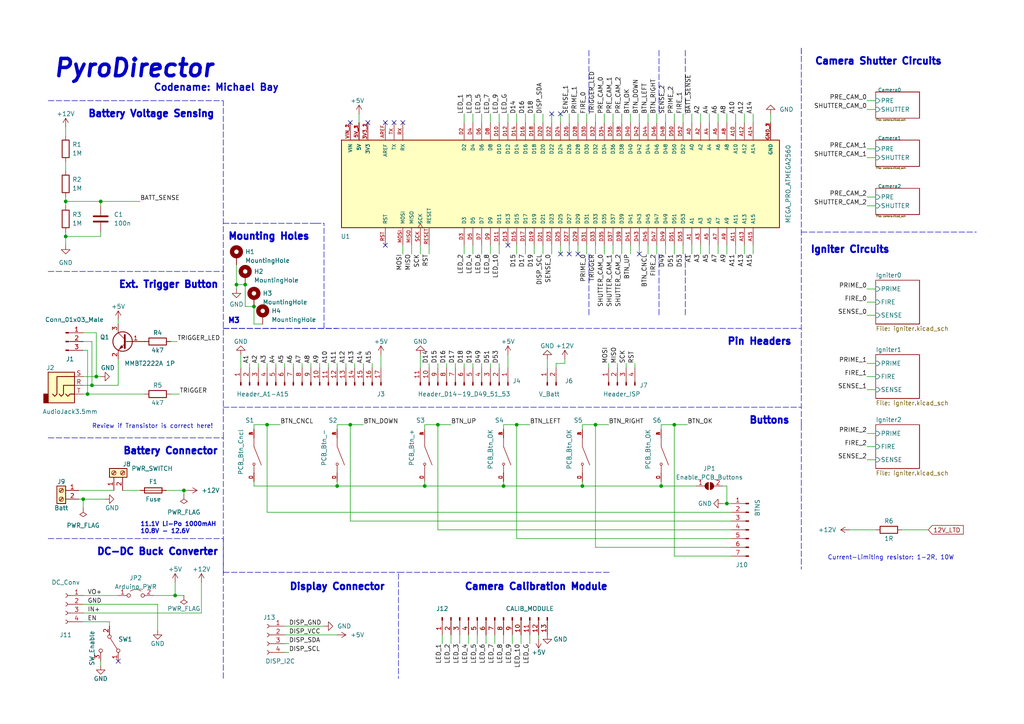
<source format=kicad_sch>
(kicad_sch (version 20211123) (generator eeschema)
  (paper "A4")
  (title_block (title "PyroDirector") (rev "v0.2") (company "Alexander Sage"))
  (junction (at 19.05 58.42))
  (junction (at 191.77 140.97))
  (junction (at 146.05 140.97))
  (junction (at 195.58 123.19))
  (junction (at 71.12 82.55))
  (junction (at 50.8 172.72))
  (junction (at 168.91 140.97))
  (junction (at 77.47 123.19))
  (junction (at 53.34 142.24))
  (junction (at 25.4 114.3))
  (junction (at 97.79 140.97))
  (junction (at 73.66 88.9))
  (junction (at 24.13 144.78))
  (junction (at 68.58 82.55))
  (junction (at 29.21 58.42))
  (junction (at 27.94 109.22))
  (junction (at 172.72 123.19))
  (junction (at 123.19 140.97))
  (junction (at 19.05 68.58))
  (junction (at 127 123.19))
  (junction (at 101.6 123.19))
  (junction (at 210.82 146.05))
  (junction (at 26.67 111.76))
  (junction (at 149.86 123.19))
  (no_connect (at 162.56 73.66))
  (no_connect (at 162.56 33.02))
  (no_connect (at 167.64 73.66))
  (no_connect (at 111.76 71.12))
  (no_connect (at 160.02 33.02))
  (no_connect (at 111.76 35.56))
  (no_connect (at 114.3 35.56))
  (no_connect (at 116.84 35.56))
  (no_connect (at 106.68 35.56))
  (no_connect (at 185.42 73.66))
  (no_connect (at 147.32 71.12))
  (no_connect (at 165.1 73.66))
  (no_connect (at 34.29 191.77))
  (no_connect (at 101.6 35.56))
  (wire (pts (xy 210.82 146.05) (xy 212.09 146.05)))
  (polyline (pts (xy 64.77 118.11) (xy 232.41 118.11)))
  (wire (pts (xy 208.28 33.02) (xy 208.28 35.56)))
  (wire (pts (xy 149.86 33.02) (xy 149.86 35.56)))
  (wire (pts (xy 170.18 33.02) (xy 170.18 35.56)))
  (wire (pts (xy 215.9 33.02) (xy 215.9 35.56)))
  (wire (pts (xy 31.75 180.34) (xy 31.75 181.61)))
  (wire (pts (xy 105.41 105.41) (xy 105.41 106.68)))
  (wire (pts (xy 34.29 92.71) (xy 34.29 93.98)))
  (wire (pts (xy 261.62 153.67) (xy 269.24 153.67)))
  (wire (pts (xy 193.04 71.12) (xy 193.04 73.66)))
  (wire (pts (xy 149.86 71.12) (xy 149.86 73.66)))
  (wire (pts (xy 97.79 139.7) (xy 97.79 140.97)))
  (wire (pts (xy 19.05 68.58) (xy 29.21 68.58)))
  (polyline (pts (xy 64.77 95.25) (xy 97.79 95.25)))
  (wire (pts (xy 177.8 33.02) (xy 177.8 35.56)))
  (wire (pts (xy 210.82 71.12) (xy 210.82 73.66)))
  (wire (pts (xy 138.43 184.15) (xy 138.43 186.69)))
  (wire (pts (xy 152.4 33.02) (xy 152.4 35.56)))
  (wire (pts (xy 19.05 57.15) (xy 19.05 58.42)))
  (wire (pts (xy 132.08 105.41) (xy 132.08 106.68)))
  (wire (pts (xy 195.58 123.19) (xy 195.58 161.29)))
  (wire (pts (xy 73.66 140.97) (xy 97.79 140.97)))
  (wire (pts (xy 172.72 71.12) (xy 172.72 73.66)))
  (wire (pts (xy 123.19 139.7) (xy 123.19 140.97)))
  (polyline (pts (xy 170.815 14.605) (xy 170.815 33.02)))
  (wire (pts (xy 128.27 184.15) (xy 128.27 186.69)))
  (wire (pts (xy 82.55 184.15) (xy 97.79 184.15)))
  (wire (pts (xy 50.8 172.72) (xy 50.8 168.91)))
  (wire (pts (xy 179.07 105.41) (xy 179.07 106.68)))
  (wire (pts (xy 187.96 33.02) (xy 187.96 35.56)))
  (wire (pts (xy 102.87 105.41) (xy 102.87 106.68)))
  (wire (pts (xy 97.79 140.97) (xy 123.19 140.97)))
  (wire (pts (xy 27.94 96.52) (xy 24.13 96.52)))
  (wire (pts (xy 172.72 158.75) (xy 212.09 158.75)))
  (wire (pts (xy 180.34 71.12) (xy 180.34 73.66)))
  (polyline (pts (xy 115.57 166.37) (xy 115.57 196.85)))
  (wire (pts (xy 119.38 71.12) (xy 119.38 73.66)))
  (wire (pts (xy 191.77 140.97) (xy 201.93 140.97)))
  (wire (pts (xy 163.83 105.41) (xy 163.83 104.14)))
  (wire (pts (xy 49.53 99.06) (xy 51.435 99.06)))
  (wire (pts (xy 104.14 33.02) (xy 104.14 35.56)))
  (wire (pts (xy 190.5 71.12) (xy 190.5 73.66)))
  (wire (pts (xy 19.05 68.58) (xy 19.05 71.12)))
  (wire (pts (xy 123.19 140.97) (xy 146.05 140.97)))
  (polyline (pts (xy 93.98 95.25) (xy 93.98 64.77)))
  (wire (pts (xy 144.78 71.12) (xy 144.78 73.66)))
  (wire (pts (xy 149.86 123.19) (xy 153.67 123.19)))
  (wire (pts (xy 147.32 33.02) (xy 147.32 35.56)))
  (wire (pts (xy 22.86 142.24) (xy 33.02 142.24)))
  (wire (pts (xy 172.72 123.19) (xy 168.91 123.19)))
  (wire (pts (xy 143.51 184.15) (xy 143.51 186.69)))
  (polyline (pts (xy 232.41 123.19) (xy 232.41 67.31)))
  (wire (pts (xy 182.88 33.02) (xy 182.88 35.56)))
  (wire (pts (xy 251.46 87.63) (xy 254 87.63)))
  (wire (pts (xy 195.58 71.12) (xy 195.58 73.66)))
  (polyline (pts (xy 232.41 13.97) (xy 232.41 16.51)))
  (wire (pts (xy 251.46 83.82) (xy 254 83.82)))
  (wire (pts (xy 24.13 175.26) (xy 45.72 175.26)))
  (wire (pts (xy 24.13 180.34) (xy 31.75 180.34)))
  (wire (pts (xy 209.55 146.05) (xy 210.82 146.05)))
  (wire (pts (xy 26.67 111.76) (xy 34.29 111.76)))
  (wire (pts (xy 121.92 71.12) (xy 121.92 73.66)))
  (wire (pts (xy 251.46 57.15) (xy 254 57.15)))
  (wire (pts (xy 124.46 105.41) (xy 124.46 106.68)))
  (polyline (pts (xy 64.77 156.21) (xy 64.77 196.85)))
  (wire (pts (xy 168.91 123.19) (xy 168.91 124.46)))
  (wire (pts (xy 175.26 33.02) (xy 175.26 35.56)))
  (wire (pts (xy 195.58 123.19) (xy 199.39 123.19)))
  (wire (pts (xy 165.1 33.02) (xy 165.1 35.56)))
  (wire (pts (xy 134.62 105.41) (xy 134.62 106.68)))
  (wire (pts (xy 45.72 175.26) (xy 45.72 182.88)))
  (wire (pts (xy 77.47 105.41) (xy 77.47 106.68)))
  (wire (pts (xy 172.72 123.19) (xy 176.53 123.19)))
  (wire (pts (xy 215.9 71.12) (xy 215.9 73.66)))
  (wire (pts (xy 24.13 99.06) (xy 26.67 99.06)))
  (wire (pts (xy 139.7 105.41) (xy 139.7 106.68)))
  (wire (pts (xy 251.46 133.35) (xy 254 133.35)))
  (wire (pts (xy 209.55 140.97) (xy 210.82 140.97)))
  (wire (pts (xy 152.4 71.12) (xy 152.4 73.66)))
  (wire (pts (xy 168.91 140.97) (xy 146.05 140.97)))
  (polyline (pts (xy 13.97 78.74) (xy 64.77 78.74)))
  (wire (pts (xy 191.77 139.7) (xy 191.77 140.97)))
  (wire (pts (xy 176.53 105.41) (xy 176.53 106.68)))
  (polyline (pts (xy 13.97 156.21) (xy 64.77 156.21)))
  (wire (pts (xy 210.82 33.02) (xy 210.82 35.56)))
  (wire (pts (xy 177.8 71.12) (xy 177.8 73.66)))
  (wire (pts (xy 127 123.19) (xy 130.81 123.19)))
  (wire (pts (xy 157.48 71.12) (xy 157.48 73.66)))
  (wire (pts (xy 124.46 71.12) (xy 124.46 73.66)))
  (polyline (pts (xy 91.44 64.77) (xy 93.98 64.77)))
  (wire (pts (xy 71.12 88.9) (xy 73.66 88.9)))
  (wire (pts (xy 181.61 105.41) (xy 181.61 106.68)))
  (wire (pts (xy 167.64 71.12) (xy 167.64 73.66)))
  (wire (pts (xy 73.66 93.98) (xy 73.66 88.9)))
  (polyline (pts (xy 191.135 14.605) (xy 191.135 33.02)))
  (polyline (pts (xy 232.41 13.97) (xy 232.41 67.31)))
  (wire (pts (xy 44.45 172.72) (xy 50.8 172.72)))
  (wire (pts (xy 146.05 139.7) (xy 146.05 140.97)))
  (wire (pts (xy 24.13 111.76) (xy 26.67 111.76)))
  (polyline (pts (xy 198.755 14.605) (xy 198.755 33.02)))
  (wire (pts (xy 180.34 33.02) (xy 180.34 35.56)))
  (wire (pts (xy 129.54 105.41) (xy 129.54 106.68)))
  (wire (pts (xy 195.58 33.02) (xy 195.58 35.56)))
  (wire (pts (xy 218.44 71.12) (xy 218.44 73.66)))
  (polyline (pts (xy 13.97 29.21) (xy 64.77 29.21)))
  (wire (pts (xy 97.79 123.19) (xy 97.79 124.46)))
  (wire (pts (xy 97.79 105.41) (xy 97.79 106.68)))
  (wire (pts (xy 251.46 129.54) (xy 254 129.54)))
  (wire (pts (xy 156.21 184.15) (xy 156.21 185.42)))
  (wire (pts (xy 144.78 105.41) (xy 144.78 106.68)))
  (wire (pts (xy 212.09 153.67) (xy 127 153.67)))
  (wire (pts (xy 22.86 144.78) (xy 24.13 144.78)))
  (wire (pts (xy 68.58 82.55) (xy 71.12 82.55)))
  (wire (pts (xy 101.6 123.19) (xy 105.41 123.19)))
  (wire (pts (xy 53.34 142.24) (xy 53.34 143.51)))
  (wire (pts (xy 19.05 67.31) (xy 19.05 68.58)))
  (wire (pts (xy 85.09 105.41) (xy 85.09 106.68)))
  (wire (pts (xy 26.67 99.06) (xy 26.67 111.76)))
  (wire (pts (xy 149.86 123.19) (xy 149.86 156.21)))
  (wire (pts (xy 137.16 105.41) (xy 137.16 106.68)))
  (wire (pts (xy 172.72 123.19) (xy 172.72 158.75)))
  (polyline (pts (xy 64.77 78.74) (xy 64.77 29.21)))
  (wire (pts (xy 251.46 113.03) (xy 254 113.03)))
  (wire (pts (xy 165.1 71.12) (xy 165.1 73.66)))
  (wire (pts (xy 24.13 114.3) (xy 25.4 114.3)))
  (wire (pts (xy 68.58 76.835) (xy 68.58 82.55)))
  (wire (pts (xy 100.33 105.41) (xy 100.33 106.68)))
  (wire (pts (xy 19.05 46.99) (xy 19.05 49.53)))
  (wire (pts (xy 191.77 123.19) (xy 191.77 124.46)))
  (wire (pts (xy 68.58 82.55) (xy 68.58 83.82)))
  (wire (pts (xy 101.6 123.19) (xy 101.6 151.13)))
  (wire (pts (xy 148.59 184.15) (xy 148.59 186.69)))
  (wire (pts (xy 142.24 71.12) (xy 142.24 73.66)))
  (wire (pts (xy 195.58 161.29) (xy 212.09 161.29)))
  (wire (pts (xy 185.42 71.12) (xy 185.42 73.66)))
  (wire (pts (xy 127 105.41) (xy 127 106.68)))
  (wire (pts (xy 29.21 58.42) (xy 40.64 58.42)))
  (wire (pts (xy 135.89 184.15) (xy 135.89 186.69)))
  (wire (pts (xy 168.91 139.7) (xy 168.91 140.97)))
  (wire (pts (xy 116.84 71.12) (xy 116.84 73.66)))
  (wire (pts (xy 24.13 177.8) (xy 58.42 177.8)))
  (wire (pts (xy 121.92 102.87) (xy 121.92 106.68)))
  (wire (pts (xy 212.09 151.13) (xy 101.6 151.13)))
  (wire (pts (xy 213.36 33.02) (xy 213.36 35.56)))
  (wire (pts (xy 82.55 105.41) (xy 82.55 106.68)))
  (wire (pts (xy 154.94 33.02) (xy 154.94 35.56)))
  (wire (pts (xy 251.46 59.69) (xy 254 59.69)))
  (wire (pts (xy 200.66 33.02) (xy 200.66 35.56)))
  (wire (pts (xy 157.48 33.02) (xy 157.48 35.56)))
  (wire (pts (xy 160.02 71.12) (xy 160.02 73.66)))
  (wire (pts (xy 72.39 105.41) (xy 72.39 106.68)))
  (wire (pts (xy 153.67 184.15) (xy 153.67 186.69)))
  (wire (pts (xy 200.66 71.12) (xy 200.66 73.66)))
  (wire (pts (xy 127 123.19) (xy 127 153.67)))
  (wire (pts (xy 172.72 33.02) (xy 172.72 35.56)))
  (wire (pts (xy 107.95 105.41) (xy 107.95 106.68)))
  (wire (pts (xy 139.7 33.02) (xy 139.7 35.56)))
  (polyline (pts (xy 232.41 123.19) (xy 232.41 165.1)))
  (wire (pts (xy 127 123.19) (xy 123.19 123.19)))
  (wire (pts (xy 137.16 33.02) (xy 137.16 35.56)))
  (wire (pts (xy 82.55 186.69) (xy 83.82 186.69)))
  (wire (pts (xy 24.13 144.78) (xy 24.13 147.32)))
  (wire (pts (xy 73.66 139.7) (xy 73.66 140.97)))
  (wire (pts (xy 251.46 125.73) (xy 254 125.73)))
  (wire (pts (xy 73.66 123.19) (xy 73.66 124.46)))
  (wire (pts (xy 208.28 71.12) (xy 208.28 73.66)))
  (wire (pts (xy 130.81 184.15) (xy 130.81 186.69)))
  (wire (pts (xy 140.97 184.15) (xy 140.97 186.69)))
  (wire (pts (xy 76.2 93.98) (xy 73.66 93.98)))
  (wire (pts (xy 213.36 71.12) (xy 213.36 73.66)))
  (wire (pts (xy 24.13 144.78) (xy 30.48 144.78)))
  (wire (pts (xy 146.05 184.15) (xy 146.05 186.69)))
  (polyline (pts (xy 191.135 73.66) (xy 191.135 91.44)))
  (wire (pts (xy 27.94 109.22) (xy 27.94 96.52)))
  (polyline (pts (xy 198.755 73.66) (xy 198.755 91.44)))
  (wire (pts (xy 251.46 43.18) (xy 254 43.18)))
  (wire (pts (xy 198.12 71.12) (xy 198.12 73.66)))
  (wire (pts (xy 50.8 172.72) (xy 53.34 172.72)))
  (polyline (pts (xy 64.8208 165.989) (xy 115.57 165.989)))
  (wire (pts (xy 92.71 105.41) (xy 92.71 106.68)))
  (wire (pts (xy 77.47 123.19) (xy 73.66 123.19)))
  (polyline (pts (xy 13.97 127) (xy 64.77 127)))
  (wire (pts (xy 58.42 177.8) (xy 58.42 168.91)))
  (wire (pts (xy 193.04 33.02) (xy 193.04 35.56)))
  (wire (pts (xy 27.94 109.22) (xy 29.21 109.22)))
  (wire (pts (xy 19.05 36.83) (xy 19.05 39.37)))
  (wire (pts (xy 82.55 189.23) (xy 83.82 189.23)))
  (wire (pts (xy 35.56 142.24) (xy 40.64 142.24)))
  (wire (pts (xy 158.75 104.14) (xy 158.75 106.68)))
  (wire (pts (xy 29.21 58.42) (xy 29.21 59.69)))
  (wire (pts (xy 142.24 33.02) (xy 142.24 35.56)))
  (polyline (pts (xy 232.41 67.31) (xy 283.21 67.31)))
  (wire (pts (xy 19.05 58.42) (xy 29.21 58.42)))
  (wire (pts (xy 251.46 31.75) (xy 254 31.75)))
  (wire (pts (xy 90.17 105.41) (xy 90.17 106.68)))
  (wire (pts (xy 134.62 71.12) (xy 134.62 73.66)))
  (wire (pts (xy 203.2 71.12) (xy 203.2 73.66)))
  (wire (pts (xy 154.94 71.12) (xy 154.94 73.66)))
  (wire (pts (xy 246.38 153.67) (xy 254 153.67)))
  (wire (pts (xy 162.56 33.02) (xy 162.56 35.56)))
  (wire (pts (xy 251.46 105.41) (xy 254 105.41)))
  (wire (pts (xy 137.16 71.12) (xy 137.16 73.66)))
  (wire (pts (xy 80.01 105.41) (xy 80.01 106.68)))
  (wire (pts (xy 147.32 102.87) (xy 147.32 106.68)))
  (wire (pts (xy 87.63 105.41) (xy 87.63 106.68)))
  (polyline (pts (xy 115.57 165.989) (xy 176.9364 165.989)))
  (wire (pts (xy 34.29 104.14) (xy 34.29 111.76)))
  (wire (pts (xy 251.46 29.21) (xy 254 29.21)))
  (wire (pts (xy 175.26 71.12) (xy 175.26 73.66)))
  (wire (pts (xy 191.77 140.97) (xy 168.91 140.97)))
  (polyline (pts (xy 64.77 166.37) (xy 64.77 127)))
  (wire (pts (xy 251.46 45.72) (xy 254 45.72)))
  (wire (pts (xy 77.47 123.19) (xy 81.28 123.19)))
  (wire (pts (xy 198.12 33.02) (xy 198.12 35.56)))
  (wire (pts (xy 25.4 101.6) (xy 24.13 101.6)))
  (wire (pts (xy 69.85 102.87) (xy 69.85 106.68)))
  (polyline (pts (xy 170.815 73.66) (xy 170.815 91.44)))
  (wire (pts (xy 203.2 33.02) (xy 203.2 35.56)))
  (polyline (pts (xy 232.41 123.19) (xy 232.41 123.19)))
  (wire (pts (xy 223.52 33.02) (xy 223.52 35.56)))
  (wire (pts (xy 195.58 123.19) (xy 191.77 123.19)))
  (wire (pts (xy 190.5 33.02) (xy 190.5 35.56)))
  (wire (pts (xy 49.53 114.3) (xy 52.07 114.3)))
  (wire (pts (xy 24.13 109.22) (xy 27.94 109.22)))
  (wire (pts (xy 210.82 140.97) (xy 210.82 146.05)))
  (wire (pts (xy 205.74 33.02) (xy 205.74 35.56)))
  (wire (pts (xy 110.49 102.87) (xy 110.49 106.68)))
  (wire (pts (xy 212.09 148.59) (xy 77.47 148.59)))
  (wire (pts (xy 144.78 33.02) (xy 144.78 35.56)))
  (wire (pts (xy 24.13 172.72) (xy 34.29 172.72)))
  (wire (pts (xy 19.05 58.42) (xy 19.05 59.69)))
  (wire (pts (xy 251.46 109.22) (xy 254 109.22)))
  (wire (pts (xy 182.88 71.12) (xy 182.88 73.66)))
  (wire (pts (xy 149.86 156.21) (xy 212.09 156.21)))
  (wire (pts (xy 146.05 123.19) (xy 146.05 124.46)))
  (wire (pts (xy 48.26 142.24) (xy 53.34 142.24)))
  (wire (pts (xy 74.93 105.41) (xy 74.93 106.68)))
  (wire (pts (xy 167.64 33.02) (xy 167.64 35.56)))
  (wire (pts (xy 160.02 33.02) (xy 160.02 35.56)))
  (wire (pts (xy 184.15 105.41) (xy 184.15 106.68)))
  (wire (pts (xy 185.42 33.02) (xy 185.42 35.56)))
  (wire (pts (xy 151.13 184.15) (xy 151.13 186.69)))
  (wire (pts (xy 149.86 123.19) (xy 146.05 123.19)))
  (wire (pts (xy 25.4 114.3) (xy 41.91 114.3)))
  (wire (pts (xy 251.46 91.44) (xy 254 91.44)))
  (wire (pts (xy 218.44 33.02) (xy 218.44 35.56)))
  (wire (pts (xy 205.74 71.12) (xy 205.74 73.66)))
  (wire (pts (xy 142.24 105.41) (xy 142.24 106.68)))
  (polyline (pts (xy 64.77 127) (xy 64.77 78.74)))
  (wire (pts (xy 162.56 71.12) (xy 162.56 73.66)))
  (wire (pts (xy 161.29 105.41) (xy 163.83 105.41)))
  (wire (pts (xy 170.18 71.12) (xy 170.18 73.66)))
  (wire (pts (xy 187.96 71.12) (xy 187.96 73.66)))
  (wire (pts (xy 71.12 82.55) (xy 71.12 88.9)))
  (wire (pts (xy 25.4 114.3) (xy 25.4 101.6)))
  (wire (pts (xy 101.6 123.19) (xy 97.79 123.19)))
  (wire (pts (xy 29.21 191.77) (xy 29.21 193.04)))
  (wire (pts (xy 123.19 123.19) (xy 123.19 124.46)))
  (wire (pts (xy 29.21 67.31) (xy 29.21 68.58)))
  (polyline (pts (xy 64.77 64.77) (xy 91.44 64.77)))
  (wire (pts (xy 139.7 71.12) (xy 139.7 73.66)))
  (wire (pts (xy 134.62 33.02) (xy 134.62 35.56)))
  (wire (pts (xy 77.47 123.19) (xy 77.47 148.59)))
  (wire (pts (xy 161.29 106.68) (xy 161.29 105.41)))
  (wire (pts (xy 133.35 184.15) (xy 133.35 186.69)))
  (wire (pts (xy 95.25 105.41) (xy 95.25 106.68)))
  (wire (pts (xy 53.34 142.24) (xy 54.61 142.24)))
  (polyline (pts (xy 64.77 95.25) (xy 232.41 95.25)))
  (wire (pts (xy 82.55 181.61) (xy 93.98 181.61)))
  (text "Review if Transistor is correct here!" (at 26.67 124.46 0) (effects (font (size 1.27 1.27)) (justify left bottom)))
  (text "PyroDirector" (at 15.24 22.86 0) (effects (font (size 5 5) (thickness 1) bold italic) (justify left bottom)))
  (text "Camera Shutter Circuits" (at 236.22 19.05 0) (effects (font (size 2 2) (thickness 0.6) bold) (justify left bottom)))
  (text "Battery Voltage Sensing" (at 25.4 34.29 0) (effects (font (size 2 2) (thickness 0.6) bold) (justify left bottom)))
  (text "11.1V Li-Po 1000mAH\n10.8V - 12.6V" (at 40.64 154.94 0) (effects (font (size 1.27 1.27) bold) (justify left bottom)))
  (text "Current-Limiting resistor: 1-2R, 10W" (at 240.03 162.56 0) (effects (font (size 1.27 1.27)) (justify left bottom)))
  (text "Codename: Michael Bay" (at 44.45 26.67 0) (effects (font (size 2 2) (thickness 0.4) bold) (justify left bottom)))
  (text "Ext. Trigger Button" (at 34.29 83.82 0) (effects (font (size 2 2) (thickness 0.6) bold) (justify left bottom)))
  (text "M3\n" (at 66.04 93.98 0) (effects (font (size 1.5 1.5) (thickness 0.5) bold) (justify left bottom)))
  (text "Mounting Holes\n" (at 66.04 69.85 0) (effects (font (size 2 2) (thickness 0.5) bold) (justify left bottom)))
  (text "Buttons" (at 217.17 123.19 0) (effects (font (size 2 2) (thickness 0.6) bold) (justify left bottom)))
  (text "Pin Headers" (at 210.82 100.33 0) (effects (font (size 2 2) (thickness 0.6) bold) (justify left bottom)))
  (text "Battery Connector" (at 35.56 132.08 0) (effects (font (size 2 2) (thickness 0.6) bold) (justify left bottom)))
  (text "Camera Calibration Module" (at 134.62 171.45 0) (effects (font (size 2 2) (thickness 0.6) bold) (justify left bottom)))
  (text "Igniter Circuits" (at 234.95 73.66 0) (effects (font (size 2 2) (thickness 0.6) bold) (justify left bottom)))
  (text "DC-DC Buck Converter" (at 27.94 161.29 0) (effects (font (size 2 2) (thickness 0.6) bold) (justify left bottom)))
  (text "Display Connector" (at 83.82 171.45 0) (effects (font (size 2 2) (thickness 0.6) bold) (justify left bottom)))
  (label "BTN_CNCL" (at 187.96 73.66 270))
  (label "BTN_LEFT" (at 187.96 33.02 90))
  (label "A4" (at 205.74 33.02 90))
  (label "DISP_SDA" (at 83.82 186.69 0))
  (label "D16" (at 129.54 105.41 90))
  (label "PRE_CAM_1" (at 251.46 43.18 180))
  (label "A13" (at 215.9 73.66 270))
  (label "RST" (at 184.15 105.41 90))
  (label "FIRE_0" (at 251.46 87.63 180))
  (label "SHUTTER_CAM_1" (at 177.8 73.66 270))
  (label "SHUTTER_CAM_1" (at 251.46 45.72 180))
  (label "TRIGGER" (at 172.72 73.66 270))
  (label "D15" (at 127 105.41 90))
  (label "LED_1" (at 128.27 186.69 270))
  (label "SHUTTER_CAM_0" (at 175.26 73.66 270))
  (label "D17" (at 152.4 73.66 270))
  (label "DISP_SDA" (at 157.48 33.02 90))
  (label "FIRE_1" (at 251.46 109.22 180))
  (label "A9" (at 210.82 73.66 270))
  (label "PRE_CAM_2" (at 251.46 57.15 180))
  (label "D51" (at 195.58 73.66 270))
  (label "BTN_DOWN" (at 105.41 123.19 0))
  (label "A11" (at 97.79 105.41 90))
  (label "SCK" (at 121.92 73.66 270))
  (label "LED_5" (at 138.43 186.69 270))
  (label "D51" (at 142.24 105.41 90))
  (label "LED_10" (at 151.13 186.69 270))
  (label "A7" (at 87.63 105.41 90))
  (label "LED_6" (at 140.97 186.69 270))
  (label "PRIME_2" (at 251.46 125.73 180))
  (label "BTN_OK" (at 182.88 33.02 90))
  (label "SENSE_2" (at 193.04 33.02 90))
  (label "SENSE_1" (at 165.1 33.02 90))
  (label "PRIME_0" (at 251.46 83.82 180))
  (label "A11" (at 213.36 73.66 270))
  (label "MISO" (at 179.07 105.41 90))
  (label "TRIGGER" (at 52.07 114.3 0))
  (label "A3" (at 77.47 105.41 90))
  (label "LED_1" (at 134.62 33.02 90))
  (label "A7" (at 208.28 73.66 270))
  (label "DISP_VCC" (at 83.82 184.15 0))
  (label "MOSI" (at 176.53 105.41 90))
  (label "PRE_CAM_0" (at 251.46 29.21 180))
  (label "BTN_RIGHT" (at 190.5 33.02 90))
  (label "EN" (at 25.4 180.34 0))
  (label "LED_9" (at 148.59 186.69 270))
  (label "MISO" (at 119.38 73.66 270))
  (label "LED_9" (at 144.78 33.02 90))
  (label "A6" (at 85.09 105.41 90))
  (label "D19" (at 137.16 105.41 90))
  (label "BTN_UP" (at 182.88 73.66 270))
  (label "LED_7" (at 143.51 186.69 270))
  (label "A8" (at 90.17 105.41 90))
  (label "BTN_OK" (at 199.39 123.19 0))
  (label "LED_7" (at 142.24 33.02 90))
  (label "BATT_SENSE" (at 40.64 58.42 0))
  (label "TRIGGER_LED" (at 172.72 33.02 90))
  (label "DISP_GND" (at 83.82 181.61 0))
  (label "LED_3" (at 133.35 186.69 270))
  (label "D14" (at 149.86 33.02 90))
  (label "A8" (at 210.82 33.02 90))
  (label "A4" (at 80.01 105.41 90))
  (label "A12" (at 215.9 33.02 90))
  (label "SHUTTER_CAM_0" (at 251.46 31.75 180))
  (label "DISP_SCL" (at 83.82 189.23 0))
  (label "A2" (at 203.2 33.02 90))
  (label "LED_2" (at 130.81 186.69 270))
  (label "SENSE_1" (at 251.46 113.03 180))
  (label "A10" (at 95.25 105.41 90))
  (label "SCK" (at 181.61 105.41 90))
  (label "GND" (at 25.4 175.26 0))
  (label "D53" (at 198.12 73.66 270))
  (label "PRE_CAM_0" (at 175.26 33.02 90))
  (label "LED_G" (at 147.32 33.02 90))
  (label "BTN_RIGHT" (at 176.53 123.19 0))
  (label "D53" (at 144.78 105.41 90))
  (label "BTN_LEFT" (at 153.67 123.19 0))
  (label "LED_4" (at 137.16 73.66 270))
  (label "VO+" (at 25.4 172.72 0))
  (label "D17" (at 132.08 105.41 90))
  (label "LED_6" (at 139.7 73.66 270))
  (label "BTN_UP" (at 130.81 123.19 0))
  (label "A1" (at 72.39 105.41 90))
  (label "D15" (at 149.86 73.66 270))
  (label "BTN_CNCL" (at 81.28 123.19 0))
  (label "D18" (at 154.94 33.02 90))
  (label "PRE_CAM_1" (at 177.8 33.02 90))
  (label "LED_8" (at 142.24 73.66 270))
  (label "FIRE_2" (at 251.46 129.54 180))
  (label "SHUTTER_CAM_2" (at 180.34 73.66 270))
  (label "BATT_SENSE" (at 200.66 33.02 90))
  (label "LED_3" (at 137.16 33.02 90))
  (label "SENSE_2" (at 251.46 133.35 180))
  (label "LED_2" (at 134.62 73.66 270))
  (label "RST" (at 124.46 73.66 270))
  (label "TRIGGER_LED" (at 51.435 99.06 0))
  (label "FIRE_2" (at 190.5 73.66 270))
  (label "A2" (at 74.93 105.41 90))
  (label "FIRE_1" (at 198.12 33.02 90))
  (label "LED_4" (at 135.89 186.69 270))
  (label "LED_10" (at 144.78 73.66 270))
  (label "LED_G" (at 153.67 186.69 270))
  (label "D49" (at 139.7 105.41 90))
  (label "PRIME_2" (at 195.58 33.02 90))
  (label "LED_5" (at 139.7 33.02 90))
  (label "LED_8" (at 146.05 186.69 270))
  (label "A5" (at 205.74 73.66 270))
  (label "D19" (at 154.94 73.66 270))
  (label "A10" (at 213.36 33.02 90))
  (label "D18" (at 134.62 105.41 90))
  (label "A14" (at 105.41 105.41 90))
  (label "D16" (at 152.4 33.02 90))
  (label "PRIME_1" (at 167.64 33.02 90))
  (label "A1" (at 200.66 73.66 270))
  (label "D49" (at 193.04 73.66 270))
  (label "A15" (at 107.95 105.41 90))
  (label "FIRE_0" (at 170.18 33.02 90))
  (label "A3" (at 203.2 73.66 270))
  (label "BTN_DOWN" (at 185.42 33.02 90))
  (label "A12" (at 100.33 105.41 90))
  (label "PRE_CAM_2" (at 180.34 33.02 90))
  (label "A14" (at 218.44 33.02 90))
  (label "DISP_SCL" (at 157.48 73.66 270))
  (label "SHUTTER_CAM_2" (at 251.46 59.69 180))
  (label "PRIME_1" (at 251.46 105.41 180))
  (label "SENSE_0" (at 160.02 73.66 270))
  (label "A5" (at 82.55 105.41 90))
  (label "A13" (at 102.87 105.41 90))
  (label "PRIME_0" (at 170.18 73.66 270))
  (label "A6" (at 208.28 33.02 90))
  (label "IN+" (at 25.4 177.8 0))
  (label "D14" (at 124.46 105.41 90))
  (label "MOSI" (at 116.84 73.66 270))
  (label "A9" (at 92.71 105.41 90))
  (label "A15" (at 218.44 73.66 270))
  (label "SENSE_0" (at 251.46 91.44 180))
  (global_label "12V_LTD" (shape input) (at 269.24 153.67 0) (property "Intersheet References" "${INTERSHEET_REFS}" (effects hide)))
  (symbol (lib_id "Connector:Conn_01x03_Male") (at 19.05 99.06 0) (unit 1)
    (property "Reference" "J1" (at 20.32 104.14 0))
    (property "Value" "Conn_01x03_Male" (at 21.59 92.71 0))
    (property "Footprint" "Connector_PinHeader_2.54mm:PinHeader_1x03_P2.54mm_Vertical" (effects hide))
  )
  (symbol (lib_id "TS-1187A-B-A-B:TS-1187A-B-A-B") (at 97.79 132.08 270) (unit 1)
    (property "Reference" "S2" (at 95.25 121.92 90) (effects (justify left)))
    (property "Value" "PCB_Btn_-" (at 93.98 124.46 0) (effects (justify left)))
    (property "Footprint" "TS-1187A-B-A-B:SW_TS-1187A-B-A-B" (effects hide))
    (property "MAXIMUM_PACKAGE_HEIGHT" "1.5mm" (effects hide))
    (property "PARTREV" "A0" (effects hide))
    (property "MANUFACTURER" "XKB Industrial Precision" (effects hide))
    (property "STANDARD" "Manufacturer Recommendations" (effects hide))
    (property "DISPNAME" "JLC Basic Btn" (effects hide))
  )
  (symbol (lib_id "Device:R") (at 19.05 43.18 0) (unit 1)
    (property "Reference" "R1" (at 20.955 41.9099 0) (effects (justify left)))
    (property "Value" "1M" (at 20.955 44.4499 0) (effects (justify left)))
    (property "Footprint" "Resistor_SMD:R_0805_2012Metric_Pad1.20x1.40mm_HandSolder" (effects hide))
  )
  (symbol (lib_id "Device:R") (at 257.81 153.67 90) (unit 1)
    (property "Reference" "R6" (at 257.81 151.13 90))
    (property "Value" "1R" (at 257.81 156.21 90))
    (property "Footprint" "custom_footprints:R_Axial_Power_L48.0mm_W10mm_P55.88mm" (effects hide))
  )
  (symbol (lib_id "power:GND") (at 121.92 102.87 180) (unit 1)
    (property "Reference" "#PWR08" (effects hide))
    (property "Value" "GND" (at 121.92 99.06 0))
  )
  (symbol (lib_id "Mechanical:MountingHole_Pad") (at 76.2 91.44 0) (unit 1)
    (property "Reference" "H4" (at 78.74 90.1699 0) (effects (justify left)))
    (property "Value" "MountingHole" (at 78.74 92.7099 0) (effects (justify left)))
    (property "Footprint" "MountingHole:MountingHole_3.2mm_M3_Pad_Via" (effects hide))
  )
  (symbol (lib_id "power:PWR_FLAG") (at 53.34 172.72 180) (unit 1)
    (property "Reference" "#FLG03" (effects hide))
    (property "Value" "PWR_FLAG" (at 53.34 176.53 0))
  )
  (symbol (lib_id "TS-1187A-B-A-B:TS-1187A-B-A-B") (at 168.91 132.08 270) (unit 1)
    (property "Reference" "S5" (at 166.37 121.92 90) (effects (justify left)))
    (property "Value" "PCB_Btn_OK" (at 165.1 124.46 0) (effects (justify left)))
    (property "Footprint" "TS-1187A-B-A-B:SW_TS-1187A-B-A-B" (effects hide))
    (property "MAXIMUM_PACKAGE_HEIGHT" "1.5mm" (effects hide))
    (property "PARTREV" "A0" (effects hide))
    (property "MANUFACTURER" "XKB Industrial Precision" (effects hide))
    (property "STANDARD" "Manufacturer Recommendations" (effects hide))
    (property "DISPNAME" "JLC Basic Btn" (effects hide))
  )
  (symbol (lib_id "Connector:Conn_01x07_Male") (at 217.17 153.67 0) (mirror y) (unit 1)
    (property "Reference" "J10" (at 213.36 163.83 0) (effects (justify right)))
    (property "Value" "BTNS" (at 219.71 144.78 90) (effects (justify right)))
    (property "Footprint" "Connector_PinHeader_2.54mm:PinHeader_1x07_P2.54mm_Vertical" (effects hide))
  )
  (symbol (lib_id "Device:C") (at 29.21 63.5 0) (unit 1)
    (property "Reference" "C1" (at 33.02 62.2299 0) (effects (justify left)))
    (property "Value" "100n" (at 33.02 64.7699 0) (effects (justify left)))
    (property "Footprint" "Capacitor_SMD:C_0805_2012Metric_Pad1.18x1.45mm_HandSolder" (effects hide))
  )
  (symbol (lib_id "power:GND") (at 209.55 146.05 270) (unit 1)
    (property "Reference" "#PWR017" (effects hide))
    (property "Value" "GND" (at 204.47 146.05 90))
  )
  (symbol (lib_id "power:+5V") (at 156.21 185.42 180) (unit 1)
    (property "Reference" "#PWR025" (effects hide))
    (property "Value" "+5V" (at 156.21 189.23 0))
  )
  (symbol (lib_id "power:+5V") (at 104.14 33.02 0) (unit 1)
    (property "Reference" "#PWR01" (effects hide))
    (property "Value" "+5V" (at 101.6 29.21 0) (effects (justify left)))
  )
  (symbol (lib_id "Connector:Conn_01x02_Male") (at 158.75 111.76 90) (unit 1)
    (property "Reference" "J6" (at 163.83 110.49 90) (effects (justify right)))
    (property "Value" "V_Batt" (at 156.21 114.3 90) (effects (justify right)))
    (property "Footprint" "Connector_PinHeader_2.54mm:PinHeader_1x02_P2.54mm_Vertical" (effects hide))
  )
  (symbol (lib_id "Connector:Conn_01x17_Male") (at 90.17 111.76 90) (unit 1)
    (property "Reference" "J3" (at 110.49 114.3 90))
    (property "Value" "Header_A1-A15" (at 76.2 114.3 90))
    (property "Footprint" "Connector_PinHeader_2.54mm:PinHeader_1x17_P2.54mm_Vertical" (effects hide))
  )
  (symbol (lib_id "MEGA_PRO_EMBED_CH340G___ATMEGA2560:MEGA_PRO_EMBED_CH340G_{slash}_ATMEGA2560") (at 162.56 53.34 90) (unit 1)
    (property "Reference" "U1" (at 101.6 68.58 90) (effects (justify left)))
    (property "Value" "MEGA_PRO_ATMEGA2560" (at 228.6 64.77 0) (effects (justify left)))
    (property "Footprint" "MEGA_PRO_EMBED_CH340G___ATMEGA2560:MODULE_MEGA_PRO_EMBED_CH340G___ATMEGA2560" (effects hide))
    (property "MANUFACTURER" "Robotdyn" (effects hide))
    (property "PARTREV" "12/May/2017" (effects hide))
    (property "STANDARD" "Manufacturer Recommendations" (effects hide))
  )
  (symbol (lib_id "Mechanical:MountingHole_Pad") (at 68.58 74.295 0) (unit 1)
    (property "Reference" "H1" (at 71.12 73.0249 0) (effects (justify left)))
    (property "Value" "MountingHole" (at 71.12 75.5649 0) (effects (justify left)))
    (property "Footprint" "MountingHole:MountingHole_3.2mm_M3_Pad_Via" (effects hide))
  )
  (symbol (lib_id "power:GND") (at 69.85 102.87 180) (unit 1)
    (property "Reference" "#PWR06" (effects hide))
    (property "Value" "GND" (at 69.85 99.06 0))
  )
  (symbol (lib_id "power:GND") (at 29.21 109.22 90) (mirror x) (unit 1)
    (property "Reference" "#PWR014" (effects hide))
    (property "Value" "GND" (at 29.21 106.68 90) (effects (justify right)))
  )
  (symbol (lib_id "power:GND") (at 45.72 182.88 0) (unit 1)
    (property "Reference" "#PWR022" (effects hide))
    (property "Value" "GND" (at 45.72 186.69 0))
  )
  (symbol (lib_id "power:+12V") (at 163.83 104.14 0) (unit 1)
    (property "Reference" "#PWR013" (effects hide))
    (property "Value" "+12V" (at 163.83 100.33 0))
  )
  (symbol (lib_id "Device:R") (at 19.05 53.34 0) (unit 1)
    (property "Reference" "R2" (at 20.955 52.0699 0) (effects (justify left)))
    (property "Value" "1M" (at 20.955 54.6099 0) (effects (justify left)))
    (property "Footprint" "Resistor_SMD:R_0805_2012Metric_Pad1.20x1.40mm_HandSolder" (effects hide))
  )
  (symbol (lib_id "power:+5V") (at 34.29 92.71 0) (unit 1)
    (property "Reference" "#PWR05" (effects hide))
    (property "Value" "+5V" (at 34.29 88.9 0))
  )
  (symbol (lib_id "Device:Fuse") (at 44.45 142.24 90) (unit 1)
    (property "Reference" "F1" (at 44.45 139.7 90))
    (property "Value" "Fuse" (at 44.45 144.78 90))
    (property "Footprint" "custom_footprints:Fuseholder_Cylinder-5x20mm_Wuerth_WR-FSH" (effects hide))
    (property "JLC Part" "C58066" (effects hide))
  )
  (symbol (lib_id "power:GND") (at 158.75 104.14 180) (unit 1)
    (property "Reference" "#PWR012" (effects hide))
    (property "Value" "GND" (at 158.75 100.33 0))
  )
  (symbol (lib_id "TS-1187A-B-A-B:TS-1187A-B-A-B") (at 191.77 132.08 270) (unit 1)
    (property "Reference" "S6" (at 189.23 121.92 90) (effects (justify left)))
    (property "Value" "PCB_Btn_OK" (at 187.96 124.46 0) (effects (justify left)))
    (property "Footprint" "TS-1187A-B-A-B:SW_TS-1187A-B-A-B" (effects hide))
    (property "MAXIMUM_PACKAGE_HEIGHT" "1.5mm" (effects hide))
    (property "PARTREV" "A0" (effects hide))
    (property "MANUFACTURER" "XKB Industrial Precision" (effects hide))
    (property "STANDARD" "Manufacturer Recommendations" (effects hide))
    (property "DISPNAME" "JLC Basic Btn" (effects hide))
  )
  (symbol (lib_id "Connector:Conn_01x13_Male") (at 143.51 179.07 90) (mirror x) (unit 1)
    (property "Reference" "J12" (at 128.27 176.53 90))
    (property "Value" "CALIB_MODULE" (at 153.67 176.53 90))
    (property "Footprint" "Connector_PinHeader_2.54mm:PinHeader_1x13_P2.54mm_Vertical" (effects hide))
  )
  (symbol (lib_id "power:+12V") (at 54.61 142.24 270) (unit 1)
    (property "Reference" "#PWR015" (effects hide))
    (property "Value" "+12V" (at 58.42 142.2399 90) (effects (justify left)))
  )
  (symbol (lib_id "power:+12V") (at 19.05 36.83 0) (unit 1)
    (property "Reference" "#PWR03" (effects hide))
    (property "Value" "+12V" (at 19.05 33.02 0))
  )
  (symbol (lib_id "power:+5V") (at 97.79 184.15 270) (unit 1)
    (property "Reference" "#PWR023" (effects hide))
    (property "Value" "+5V" (at 101.6 184.1499 90) (effects (justify left)))
  )
  (symbol (lib_id "power:+5V") (at 110.49 102.87 0) (unit 1)
    (property "Reference" "#PWR07" (effects hide))
    (property "Value" "+5V" (at 110.49 99.06 0))
  )
  (symbol (lib_id "power:+12V") (at 58.42 168.91 0) (unit 1)
    (property "Reference" "#PWR020" (effects hide))
    (property "Value" "+12V" (at 58.42 165.1 0))
  )
  (symbol (lib_id "power:GND") (at 158.75 184.15 0) (unit 1)
    (property "Reference" "#PWR024" (effects hide))
    (property "Value" "GND" (at 162.56 185.42 0))
  )
  (symbol (lib_id "Mechanical:MountingHole_Pad") (at 71.12 80.01 0) (unit 1)
    (property "Reference" "H2" (at 73.66 78.7399 0) (effects (justify left)))
    (property "Value" "MountingHole" (at 73.66 81.2799 0) (effects (justify left)))
    (property "Footprint" "MountingHole:MountingHole_3.2mm_M3_Pad_Via" (effects hide))
  )
  (symbol (lib_id "Device:R") (at 45.72 99.06 90) (unit 1)
    (property "Reference" "R4" (at 45.72 96.52 90))
    (property "Value" "4k7" (at 45.72 101.6 90))
    (property "Footprint" "Resistor_SMD:R_0805_2012Metric_Pad1.20x1.40mm_HandSolder" (effects hide))
  )
  (symbol (lib_id "Connector:Conn_01x04_Female") (at 77.47 184.15 0) (mirror y) (unit 1)
    (property "Reference" "J13" (at 78.105 179.07 0))
    (property "Value" "DISP_I2C" (at 81.28 191.77 0))
    (property "Footprint" "Connector_PinHeader_2.54mm:PinHeader_1x04_P2.54mm_Vertical" (effects hide))
  )
  (symbol (lib_id "power:GND") (at 93.98 181.61 90) (unit 1)
    (property "Reference" "#PWR021" (effects hide))
    (property "Value" "GND" (at 97.79 181.61 90) (effects (justify right)))
  )
  (symbol (lib_id "power:GND") (at 68.58 83.82 0) (unit 1)
    (property "Reference" "#PWR0101" (effects hide))
    (property "Value" "GND" (at 68.58 88.265 0))
  )
  (symbol (lib_id "TS-1187A-B-A-B:TS-1187A-B-A-B") (at 146.05 132.08 270) (unit 1)
    (property "Reference" "S4" (at 143.51 121.92 90) (effects (justify left)))
    (property "Value" "PCB_Btn_OK" (at 142.24 124.46 0) (effects (justify left)))
    (property "Footprint" "TS-1187A-B-A-B:SW_TS-1187A-B-A-B" (effects hide))
    (property "MAXIMUM_PACKAGE_HEIGHT" "1.5mm" (effects hide))
    (property "PARTREV" "A0" (effects hide))
    (property "MANUFACTURER" "XKB Industrial Precision" (effects hide))
    (property "STANDARD" "Manufacturer Recommendations" (effects hide))
    (property "DISPNAME" "JLC Basic Btn" (effects hide))
  )
  (symbol (lib_id "power:GND") (at 223.52 33.02 180) (unit 1)
    (property "Reference" "#PWR02" (effects hide))
    (property "Value" "GND" (at 226.06 31.7499 0) (effects (justify right)))
  )
  (symbol (lib_id "Device:R") (at 45.72 114.3 90) (unit 1)
    (property "Reference" "R5" (at 45.72 111.76 90))
    (property "Value" "4k7" (at 45.72 116.84 90))
    (property "Footprint" "Resistor_SMD:R_0805_2012Metric_Pad1.20x1.40mm_HandSolder" (effects hide))
  )
  (symbol (lib_id "power:GND") (at 30.48 144.78 90) (unit 1)
    (property "Reference" "#PWR016" (effects hide))
    (property "Value" "GND" (at 30.48 147.32 90) (effects (justify right)))
  )
  (symbol (lib_id "Connector:AudioJack3") (at 19.05 111.76 0) (unit 1)
    (property "Reference" "J2" (at 14.605 106.68 0))
    (property "Value" "AudioJack3.5mm" (at 20.32 119.38 0))
    (property "Footprint" "Connector_Audio:Jack_3.5mm_CUI_SJ1-3535NG_Horizontal" (effects hide))
  )
  (symbol (lib_id "Mechanical:MountingHole_Pad") (at 73.66 86.36 0) (unit 1)
    (property "Reference" "H3" (at 76.2 85.0899 0) (effects (justify left)))
    (property "Value" "MountingHole" (at 76.2 87.6299 0) (effects (justify left)))
    (property "Footprint" "MountingHole:MountingHole_3.2mm_M3_Pad_Via" (effects hide))
  )
  (symbol (lib_id "power:GND") (at 19.05 71.12 0) (unit 1)
    (property "Reference" "#PWR04" (effects hide))
    (property "Value" "GND" (at 19.05 76.2 0))
  )
  (symbol (lib_id "Jumper:Jumper_2_Open") (at 39.37 172.72 0) (unit 1)
    (property "Reference" "JP2" (at 39.37 167.64 0))
    (property "Value" "Arduino_PWR" (at 39.37 170.18 0))
    (property "Footprint" "Connector_PinHeader_2.54mm:PinHeader_1x02_P2.54mm_Vertical" (effects hide))
  )
  (symbol (lib_id "Connector:Conn_01x11_Male") (at 134.62 111.76 270) (mirror x) (unit 1)
    (property "Reference" "J4" (at 149.86 110.49 90))
    (property "Value" "Header_D14-19_D49_51_53" (at 134.62 114.3 90))
    (property "Footprint" "Connector_PinHeader_2.54mm:PinHeader_1x11_P2.54mm_Vertical" (effects hide))
  )
  (symbol (lib_id "power:+5V") (at 50.8 168.91 0) (unit 1)
    (property "Reference" "#PWR019" (effects hide))
    (property "Value" "+5V" (at 50.8 165.1 0))
  )
  (symbol (lib_id "Connector:Conn_01x04_Male") (at 179.07 111.76 90) (unit 1)
    (property "Reference" "J7" (at 186.69 111.76 90))
    (property "Value" "Header_ISP" (at 180.34 114.3 90))
    (property "Footprint" "Connector_PinHeader_2.54mm:PinHeader_1x04_P2.54mm_Vertical" (effects hide))
  )
  (symbol (lib_id "TS-1187A-B-A-B:TS-1187A-B-A-B") (at 73.66 132.08 270) (unit 1)
    (property "Reference" "S1" (at 71.12 121.92 90) (effects (justify left)))
    (property "Value" "PCB_Btn_Cncl" (at 69.85 124.46 0) (effects (justify left)))
    (property "Footprint" "TS-1187A-B-A-B:SW_TS-1187A-B-A-B" (effects hide))
    (property "MAXIMUM_PACKAGE_HEIGHT" "1.5mm" (effects hide))
    (property "PARTREV" "A0" (effects hide))
    (property "MANUFACTURER" "XKB Industrial Precision" (effects hide))
    (property "STANDARD" "Manufacturer Recommendations" (effects hide))
    (property "DISPNAME" "JLC Basic Btn" (effects hide))
  )
  (symbol (lib_id "power:+12V") (at 246.38 153.67 90) (unit 1)
    (property "Reference" "#PWR018" (effects hide))
    (property "Value" "+12V" (at 242.57 153.6699 90) (effects (justify left)))
  )
  (symbol (lib_id "TS-1187A-B-A-B:TS-1187A-B-A-B") (at 123.19 132.08 270) (unit 1)
    (property "Reference" "S3" (at 120.65 121.92 90) (effects (justify left)))
    (property "Value" "PCB_Btn_+" (at 119.38 124.46 0) (effects (justify left)))
    (property "Footprint" "TS-1187A-B-A-B:SW_TS-1187A-B-A-B" (effects hide))
    (property "MAXIMUM_PACKAGE_HEIGHT" "1.5mm" (effects hide))
    (property "PARTREV" "A0" (effects hide))
    (property "MANUFACTURER" "XKB Industrial Precision" (effects hide))
    (property "STANDARD" "Manufacturer Recommendations" (effects hide))
    (property "DISPNAME" "JLC Basic Btn" (effects hide))
  )
  (symbol (lib_id "Device:R") (at 19.05 63.5 0) (unit 1)
    (property "Reference" "R3" (at 20.955 62.2299 0) (effects (justify left)))
    (property "Value" "1M" (at 20.955 64.7699 0) (effects (justify left)))
    (property "Footprint" "Resistor_SMD:R_0805_2012Metric_Pad1.20x1.40mm_HandSolder" (effects hide))
  )
  (symbol (lib_id "Connector:Screw_Terminal_01x02") (at 33.02 137.16 90) (unit 1)
    (property "Reference" "J8" (at 35.56 134.62 90) (effects (justify right)))
    (property "Value" "PWR_SWITCH" (at 38.1 135.89 90) (effects (justify right)))
    (property "Footprint" "TerminalBlock_Phoenix:TerminalBlock_Phoenix_PT-1,5-2-5.0-H_1x02_P5.00mm_Horizontal" (effects hide))
  )
  (symbol (lib_id "Jumper:SolderJumper_2_Open") (at 205.74 140.97 0) (unit 1)
    (property "Reference" "JP1" (at 205.74 135.89 0))
    (property "Value" "Enable_PCB_Buttons" (at 205.74 138.43 0))
    (property "Footprint" "Jumper:SolderJumper-2_P1.3mm_Open_RoundedPad1.0x1.5mm" (effects hide))
  )
  (symbol (lib_id "power:GND") (at 29.21 193.04 0) (unit 1)
    (property "Reference" "#PWR026" (effects hide))
    (property "Value" "GND" (at 29.21 196.85 0))
  )
  (symbol (lib_id "Switch:SW_SPDT") (at 31.75 186.69 270) (unit 1)
    (property "Reference" "SW1" (at 34.29 185.42 90) (effects (justify left)))
    (property "Value" "SW_Enable" (at 26.67 182.88 0) (effects (justify left)))
    (property "Footprint" "custom_footprints:Saleforce_T80-S_TS-13_Slide_Switch" (effects hide))
  )
  (symbol (lib_id "JLCPCB_Parts:MMBT2222A 1P") (at 36.83 99.06 0) (mirror y) (unit 1)
    (property "Reference" "Q1" (at 31.75 97.7899 0) (effects (justify left)))
    (property "Value" "MMBT2222A 1P" (at 50.8 105.41 0) (effects (justify left)))
    (property "Footprint" "Package_TO_SOT_SMD:SOT-23" (effects hide))
    (property "Datasheet" "https://datasheet.lcsc.com/lcsc/1811081957_Jiangsu-Changjing-Electronics-Technology-Co---Ltd--MMBT2222A-1P_C8512.pdf" (effects hide))
  )
  (symbol (lib_id "Connector:Screw_Terminal_01x02") (at 17.78 142.24 0) (mirror y) (unit 1)
    (property "Reference" "J9" (at 17.78 139.7 0))
    (property "Value" "Batt" (at 17.78 147.32 0))
    (property "Footprint" "TerminalBlock_Phoenix:TerminalBlock_Phoenix_PT-1,5-2-5.0-H_1x02_P5.00mm_Horizontal" (effects hide))
  )
  (symbol (lib_id "power:+5V") (at 147.32 102.87 0) (unit 1)
    (property "Reference" "#PWR09" (effects hide))
    (property "Value" "+5V" (at 147.32 99.06 0))
  )
  (symbol (lib_id "Connector:Conn_01x04_Female") (at 19.05 175.26 0) (mirror y) (unit 1)
    (property "Reference" "J11" (at 19.05 184.15 0))
    (property "Value" "DC_Conv" (at 19.05 168.91 0))
    (property "Footprint" "Connector_PinHeader_2.54mm:PinHeader_1x04_P2.54mm_Vertical" (effects hide))
  )
  (symbol (lib_id "power:PWR_FLAG") (at 24.13 147.32 180) (unit 1)
    (property "Reference" "#FLG02" (effects hide))
    (property "Value" "PWR_FLAG" (at 24.13 152.4 0))
  )
  (symbol (lib_id "power:PWR_FLAG") (at 53.34 143.51 180) (unit 1)
    (property "Reference" "#FLG01" (effects hide))
    (property "Value" "PWR_FLAG" (at 53.34 148.59 0))
  )
  (sheet (at 254 54.61) (size 12.7 7.62) (stroke (width 0.1524))
    (property "Sheet name" "Camera2" (at 254.635 54.61 0) (effects (font (size 1 1)) (justify left bottom)))
    (property "Sheet file" "camera.kicad_sch" (at 254 62.4146 0) (effects (font (size 0.5 0.5)) (justify left top)))
    (pin "PRE" input (at 254 57.15 180))
    (pin "SHUTTER" input (at 254 59.69 180))
  )
  (sheet (at 254 102.87) (size 12.7 12.7) (stroke (width 0.1524))
    (property "Sheet name" "Igniter1" (at 254 102.1584 0) (effects (justify left bottom)))
    (property "Sheet file" "igniter.kicad_sch" (at 254 116.1546 0) (effects (justify left top)))
    (pin "PRIME" input (at 254 105.41 180))
    (pin "FIRE" input (at 254 109.22 180))
    (pin "SENSE" input (at 254 113.03 180))
  )
  (sheet (at 254 123.19) (size 12.7 12.7) (stroke (width 0.1524))
    (property "Sheet name" "Igniter2" (at 254 122.4784 0) (effects (justify left bottom)))
    (property "Sheet file" "igniter.kicad_sch" (at 254 136.4746 0) (effects (justify left top)))
    (pin "PRIME" input (at 254 125.73 180))
    (pin "FIRE" input (at 254 129.54 180))
    (pin "SENSE" input (at 254 133.35 180))
  )
  (sheet (at 254 40.64) (size 12.7 7.62) (stroke (width 0.1524))
    (property "Sheet name" "Camera1" (at 254.635 40.64 0) (effects (font (size 1 1)) (justify left bottom)))
    (property "Sheet file" "camera.kicad_sch" (at 254 48.4446 0) (effects (font (size 0.5 0.5)) (justify left top)))
    (pin "PRE" input (at 254 43.18 180))
    (pin "SHUTTER" input (at 254 45.72 180))
  )
  (sheet (at 254 26.67) (size 12.7 7.62) (stroke (width 0.1524))
    (property "Sheet name" "Camera0" (at 254.635 26.67 0) (effects (font (size 1 1)) (justify left bottom)))
    (property "Sheet file" "camera.kicad_sch" (at 254 34.4746 0) (effects (font (size 0.5 0.5)) (justify left top)))
    (pin "PRE" input (at 254 29.21 180))
    (pin "SHUTTER" input (at 254 31.75 180))
  )
  (sheet (at 254 81.28) (size 12.7 12.7) (stroke (width 0.1524))
    (property "Sheet name" "Igniter0" (at 254 80.5684 0) (effects (justify left bottom)))
    (property "Sheet file" "igniter.kicad_sch" (at 254 94.5646 0) (effects (justify left top)))
    (pin "PRIME" input (at 254 83.82 180))
    (pin "FIRE" input (at 254 87.63 180))
    (pin "SENSE" input (at 254 91.44 180))
  )
)
</source>
